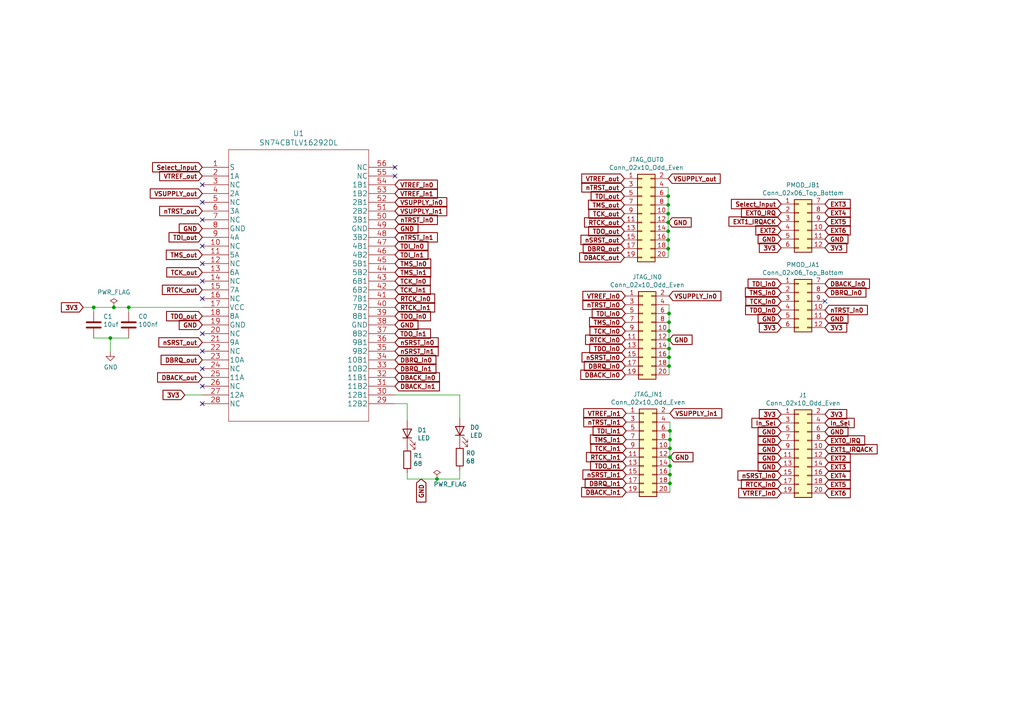
<source format=kicad_sch>
(kicad_sch (version 20231120) (generator "eeschema") (generator_version "8.0")
  (paper "A4")
  (title_block (title "JTAG Mux ") (date "2019-07-30") (rev "v1.0.1"))
  (lib_symbols
    (symbol "Connector_Generic:Conn_02x06_Top_Bottom" (pin_names (offset 1.016) hide)
      (property "Reference" "J" (at 1.27 7.62 0))
      (property "Value" "Connector_Generic_Conn_02x06_Top_Bottom" (at 1.27 -10.16 0))
      (symbol "Conn_02x06_Top_Bottom_1_1"
        (rectangle (start -1.27 -7.493) (end 0 -7.747) (stroke (width 0.1524)))
        (rectangle (start -1.27 -4.953) (end 0 -5.207) (stroke (width 0.1524)))
        (rectangle (start -1.27 -2.413) (end 0 -2.667) (stroke (width 0.1524)))
        (rectangle (start -1.27 0.127) (end 0 -0.127) (stroke (width 0.1524)))
        (rectangle (start -1.27 2.667) (end 0 2.413) (stroke (width 0.1524)))
        (rectangle (start -1.27 5.207) (end 0 4.953) (stroke (width 0.1524)))
        (rectangle (start -1.27 6.35) (end 3.81 -8.89) (stroke (width 0.254)) (fill (type background)))
        (rectangle (start 3.81 -7.493) (end 2.54 -7.747) (stroke (width 0.1524)))
        (rectangle (start 3.81 -4.953) (end 2.54 -5.207) (stroke (width 0.1524)))
        (rectangle (start 3.81 -2.413) (end 2.54 -2.667) (stroke (width 0.1524)))
        (rectangle (start 3.81 0.127) (end 2.54 -0.127) (stroke (width 0.1524)))
        (rectangle (start 3.81 2.667) (end 2.54 2.413) (stroke (width 0.1524)))
        (rectangle (start 3.81 5.207) (end 2.54 4.953) (stroke (width 0.1524)))
        (pin passive line (at -5.08 5.08 0) (length 3.81) (name "Pin_1") (number "1"))
        (pin passive line (at 7.62 -2.54 180) (length 3.81) (name "Pin_10") (number "10"))
        (pin passive line (at 7.62 -5.08 180) (length 3.81) (name "Pin_11") (number "11"))
        (pin passive line (at 7.62 -7.62 180) (length 3.81) (name "Pin_12") (number "12"))
        (pin passive line (at -5.08 2.54 0) (length 3.81) (name "Pin_2") (number "2"))
        (pin passive line (at -5.08 0 0) (length 3.81) (name "Pin_3") (number "3"))
        (pin passive line (at -5.08 -2.54 0) (length 3.81) (name "Pin_4") (number "4"))
        (pin passive line (at -5.08 -5.08 0) (length 3.81) (name "Pin_5") (number "5"))
        (pin passive line (at -5.08 -7.62 0) (length 3.81) (name "Pin_6") (number "6"))
        (pin passive line (at 7.62 5.08 180) (length 3.81) (name "Pin_7") (number "7"))
        (pin passive line (at 7.62 2.54 180) (length 3.81) (name "Pin_8") (number "8"))
        (pin passive line (at 7.62 0 180) (length 3.81) (name "Pin_9") (number "9"))
      )
    )
    (symbol "Connector_Generic:Conn_02x10_Odd_Even" (pin_names (offset 1.016) hide)
      (property "Reference" "J" (at 1.27 12.7 0))
      (property "Value" "Connector_Generic_Conn_02x10_Odd_Even" (at 1.27 -15.24 0))
      (symbol "Conn_02x10_Odd_Even_1_1"
        (rectangle (start -1.27 -12.573) (end 0 -12.827) (stroke (width 0.1524)))
        (rectangle (start -1.27 -10.033) (end 0 -10.287) (stroke (width 0.1524)))
        (rectangle (start -1.27 -7.493) (end 0 -7.747) (stroke (width 0.1524)))
        (rectangle (start -1.27 -4.953) (end 0 -5.207) (stroke (width 0.1524)))
        (rectangle (start -1.27 -2.413) (end 0 -2.667) (stroke (width 0.1524)))
        (rectangle (start -1.27 0.127) (end 0 -0.127) (stroke (width 0.1524)))
        (rectangle (start -1.27 2.667) (end 0 2.413) (stroke (width 0.1524)))
        (rectangle (start -1.27 5.207) (end 0 4.953) (stroke (width 0.1524)))
        (rectangle (start -1.27 7.747) (end 0 7.493) (stroke (width 0.1524)))
        (rectangle (start -1.27 10.287) (end 0 10.033) (stroke (width 0.1524)))
        (rectangle (start -1.27 11.43) (end 3.81 -13.97) (stroke (width 0.254)) (fill (type background)))
        (rectangle (start 3.81 -12.573) (end 2.54 -12.827) (stroke (width 0.1524)))
        (rectangle (start 3.81 -10.033) (end 2.54 -10.287) (stroke (width 0.1524)))
        (rectangle (start 3.81 -7.493) (end 2.54 -7.747) (stroke (width 0.1524)))
        (rectangle (start 3.81 -4.953) (end 2.54 -5.207) (stroke (width 0.1524)))
        (rectangle (start 3.81 -2.413) (end 2.54 -2.667) (stroke (width 0.1524)))
        (rectangle (start 3.81 0.127) (end 2.54 -0.127) (stroke (width 0.1524)))
        (rectangle (start 3.81 2.667) (end 2.54 2.413) (stroke (width 0.1524)))
        (rectangle (start 3.81 5.207) (end 2.54 4.953) (stroke (width 0.1524)))
        (rectangle (start 3.81 7.747) (end 2.54 7.493) (stroke (width 0.1524)))
        (rectangle (start 3.81 10.287) (end 2.54 10.033) (stroke (width 0.1524)))
        (pin passive line (at -5.08 10.16 0) (length 3.81) (name "Pin_1") (number "1"))
        (pin passive line (at 7.62 0 180) (length 3.81) (name "Pin_10") (number "10"))
        (pin passive line (at -5.08 -2.54 0) (length 3.81) (name "Pin_11") (number "11"))
        (pin passive line (at 7.62 -2.54 180) (length 3.81) (name "Pin_12") (number "12"))
        (pin passive line (at -5.08 -5.08 0) (length 3.81) (name "Pin_13") (number "13"))
        (pin passive line (at 7.62 -5.08 180) (length 3.81) (name "Pin_14") (number "14"))
        (pin passive line (at -5.08 -7.62 0) (length 3.81) (name "Pin_15") (number "15"))
        (pin passive line (at 7.62 -7.62 180) (length 3.81) (name "Pin_16") (number "16"))
        (pin passive line (at -5.08 -10.16 0) (length 3.81) (name "Pin_17") (number "17"))
        (pin passive line (at 7.62 -10.16 180) (length 3.81) (name "Pin_18") (number "18"))
        (pin passive line (at -5.08 -12.7 0) (length 3.81) (name "Pin_19") (number "19"))
        (pin passive line (at 7.62 10.16 180) (length 3.81) (name "Pin_2") (number "2"))
        (pin passive line (at 7.62 -12.7 180) (length 3.81) (name "Pin_20") (number "20"))
        (pin passive line (at -5.08 7.62 0) (length 3.81) (name "Pin_3") (number "3"))
        (pin passive line (at 7.62 7.62 180) (length 3.81) (name "Pin_4") (number "4"))
        (pin passive line (at -5.08 5.08 0) (length 3.81) (name "Pin_5") (number "5"))
        (pin passive line (at 7.62 5.08 180) (length 3.81) (name "Pin_6") (number "6"))
        (pin passive line (at -5.08 2.54 0) (length 3.81) (name "Pin_7") (number "7"))
        (pin passive line (at 7.62 2.54 180) (length 3.81) (name "Pin_8") (number "8"))
        (pin passive line (at -5.08 0 0) (length 3.81) (name "Pin_9") (number "9"))
      )
    )
    (symbol "Device:C" (pin_numbers hide) (pin_names (offset 0.254))
      (property "Reference" "C" (at 0.635 2.54 0))
      (property "Value" "Device_C" (at 0.635 -2.54 0))
      (symbol "C_0_1"
        (polyline (pts (xy -2.032 -0.762) (xy 2.032 -0.762)) (stroke (width 0.508)))
        (polyline (pts (xy -2.032 0.762) (xy 2.032 0.762)) (stroke (width 0.508)))
      )
      (symbol "C_1_1"
        (pin passive line (at 0 3.81 270) (length 2.794) (name "~") (number "1"))
        (pin passive line (at 0 -3.81 90) (length 2.794) (name "~") (number "2"))
      )
    )
    (symbol "Device:LED" (pin_numbers hide) (pin_names (offset 1.016) hide)
      (property "Reference" "D" (at 0 2.54 0))
      (property "Value" "Device_LED" (at 0 -2.54 0))
      (symbol "LED_0_1"
        (polyline (pts (xy -1.27 -1.27) (xy -1.27 1.27)) (stroke (width 0.254)))
        (polyline (pts (xy -1.27 0) (xy 1.27 0)))
        (polyline (pts (xy 1.27 -1.27) (xy 1.27 1.27) (xy -1.27 0) (xy 1.27 -1.27)) (stroke (width 0.254)))
        (polyline (pts (xy -3.048 -0.762) (xy -4.572 -2.286) (xy -3.81 -2.286) (xy -4.572 -2.286) (xy -4.572 -1.524)))
        (polyline (pts (xy -1.778 -0.762) (xy -3.302 -2.286) (xy -2.54 -2.286) (xy -3.302 -2.286) (xy -3.302 -1.524)))
      )
      (symbol "LED_1_1"
        (pin passive line (at -3.81 0 0) (length 2.54) (name "K") (number "1"))
        (pin passive line (at 3.81 0 180) (length 2.54) (name "A") (number "2"))
      )
    )
    (symbol "Device:R" (pin_numbers hide) (pin_names (offset 0))
      (property "Reference" "R" (at 2.032 0 90))
      (property "Value" "Device_R" (at 0 0 90))
      (symbol "R_0_1"
        (rectangle (start -1.016 -2.54) (end 1.016 2.54) (stroke (width 0.254)))
      )
      (symbol "R_1_1"
        (pin passive line (at 0 3.81 270) (length 1.27) (name "~") (number "1"))
        (pin passive line (at 0 -3.81 90) (length 1.27) (name "~") (number "2"))
      )
    )
    (symbol "JTAGMux_1.0-rescue:SN74CBTLV16292DL-aurel_libs" (pin_names (offset 0.254))
      (property "Reference" "U" (at 27.94 10.16 0))
      (property "Value" "JTAGMux_1.0-rescue_SN74CBTLV16292DL-aurel_libs" (at 27.94 7.62 0))
      (symbol "SN74CBTLV16292DL-aurel_libs_1_0"
        (polyline (pts (xy 7.62 -73.66) (xy 48.26 -73.66)) (stroke (width 0.127)))
        (polyline (pts (xy 7.62 5.08) (xy 7.62 -73.66)) (stroke (width 0.127)))
        (polyline (pts (xy 48.26 -73.66) (xy 48.26 5.08)) (stroke (width 0.127)))
        (polyline (pts (xy 48.26 5.08) (xy 7.62 5.08)) (stroke (width 0.127)))
        (pin input line (at 0 0 0) (length 7.62) (name "S") (number "1"))
        (pin no_connect line (at 0 -22.86 0) (length 7.62) (name "NC") (number "10"))
        (pin bidirectional line (at 0 -25.4 0) (length 7.62) (name "5A") (number "11"))
        (pin no_connect line (at 0 -27.94 0) (length 7.62) (name "NC") (number "12"))
        (pin bidirectional line (at 0 -30.48 0) (length 7.62) (name "6A") (number "13"))
        (pin no_connect line (at 0 -33.02 0) (length 7.62) (name "NC") (number "14"))
        (pin bidirectional line (at 0 -35.56 0) (length 7.62) (name "7A") (number "15"))
        (pin no_connect line (at 0 -38.1 0) (length 7.62) (name "NC") (number "16"))
        (pin power_in line (at 0 -40.64 0) (length 7.62) (name "VCC") (number "17"))
        (pin bidirectional line (at 0 -43.18 0) (length 7.62) (name "8A") (number "18"))
        (pin power_in line (at 0 -45.72 0) (length 7.62) (name "GND") (number "19"))
        (pin bidirectional line (at 0 -2.54 0) (length 7.62) (name "1A") (number "2"))
        (pin no_connect line (at 0 -48.26 0) (length 7.62) (name "NC") (number "20"))
        (pin bidirectional line (at 0 -50.8 0) (length 7.62) (name "9A") (number "21"))
        (pin no_connect line (at 0 -53.34 0) (length 7.62) (name "NC") (number "22"))
        (pin bidirectional line (at 0 -55.88 0) (length 7.62) (name "10A") (number "23"))
        (pin no_connect line (at 0 -58.42 0) (length 7.62) (name "NC") (number "24"))
        (pin bidirectional line (at 0 -60.96 0) (length 7.62) (name "11A") (number "25"))
        (pin no_connect line (at 0 -63.5 0) (length 7.62) (name "NC") (number "26"))
        (pin bidirectional line (at 0 -66.04 0) (length 7.62) (name "12A") (number "27"))
        (pin no_connect line (at 0 -68.58 0) (length 7.62) (name "NC") (number "28"))
        (pin bidirectional line (at 55.88 -68.58 180) (length 7.62) (name "12B2") (number "29"))
        (pin no_connect line (at 0 -5.08 0) (length 7.62) (name "NC") (number "3"))
        (pin bidirectional line (at 55.88 -66.04 180) (length 7.62) (name "12B1") (number "30"))
        (pin bidirectional line (at 55.88 -63.5 180) (length 7.62) (name "11B2") (number "31"))
        (pin bidirectional line (at 55.88 -60.96 180) (length 7.62) (name "11B1") (number "32"))
        (pin bidirectional line (at 55.88 -58.42 180) (length 7.62) (name "10B2") (number "33"))
        (pin bidirectional line (at 55.88 -55.88 180) (length 7.62) (name "10B1") (number "34"))
        (pin bidirectional line (at 55.88 -53.34 180) (length 7.62) (name "9B2") (number "35"))
        (pin bidirectional line (at 55.88 -50.8 180) (length 7.62) (name "9B1") (number "36"))
        (pin bidirectional line (at 55.88 -48.26 180) (length 7.62) (name "8B2") (number "37"))
        (pin power_in line (at 55.88 -45.72 180) (length 7.62) (name "GND") (number "38"))
        (pin bidirectional line (at 55.88 -43.18 180) (length 7.62) (name "8B1") (number "39"))
        (pin bidirectional line (at 0 -7.62 0) (length 7.62) (name "2A") (number "4"))
        (pin bidirectional line (at 55.88 -40.64 180) (length 7.62) (name "7B2") (number "40"))
        (pin bidirectional line (at 55.88 -38.1 180) (length 7.62) (name "7B1") (number "41"))
        (pin bidirectional line (at 55.88 -35.56 180) (length 7.62) (name "6B2") (number "42"))
        (pin bidirectional line (at 55.88 -33.02 180) (length 7.62) (name "6B1") (number "43"))
        (pin bidirectional line (at 55.88 -30.48 180) (length 7.62) (name "5B2") (number "44"))
        (pin bidirectional line (at 55.88 -27.94 180) (length 7.62) (name "5B1") (number "45"))
        (pin bidirectional line (at 55.88 -25.4 180) (length 7.62) (name "4B2") (number "46"))
        (pin bidirectional line (at 55.88 -22.86 180) (length 7.62) (name "4B1") (number "47"))
        (pin bidirectional line (at 55.88 -20.32 180) (length 7.62) (name "3B2") (number "48"))
        (pin power_in line (at 55.88 -17.78 180) (length 7.62) (name "GND") (number "49"))
        (pin no_connect line (at 0 -10.16 0) (length 7.62) (name "NC") (number "5"))
        (pin bidirectional line (at 55.88 -15.24 180) (length 7.62) (name "3B1") (number "50"))
        (pin bidirectional line (at 55.88 -12.7 180) (length 7.62) (name "2B2") (number "51"))
        (pin bidirectional line (at 55.88 -10.16 180) (length 7.62) (name "2B1") (number "52"))
        (pin bidirectional line (at 55.88 -7.62 180) (length 7.62) (name "1B2") (number "53"))
        (pin bidirectional line (at 55.88 -5.08 180) (length 7.62) (name "1B1") (number "54"))
        (pin no_connect line (at 55.88 -2.54 180) (length 7.62) (name "NC") (number "55"))
        (pin no_connect line (at 55.88 0 180) (length 7.62) (name "NC") (number "56"))
        (pin bidirectional line (at 0 -12.7 0) (length 7.62) (name "3A") (number "6"))
        (pin no_connect line (at 0 -15.24 0) (length 7.62) (name "NC") (number "7"))
        (pin power_in line (at 0 -17.78 0) (length 7.62) (name "GND") (number "8"))
        (pin bidirectional line (at 0 -20.32 0) (length 7.62) (name "4A") (number "9"))
      )
    )
    (symbol "power:GND" (power) (pin_names (offset 0))
      (property "Value" "power_GND" (at 0 -3.81 0))
      (symbol "GND_0_1"
        (polyline (pts (xy 0 0) (xy 0 -1.27) (xy 1.27 -1.27) (xy 0 -2.54) (xy -1.27 -1.27) (xy 0 -1.27)))
      )
      (symbol "GND_1_1"
        (pin power_in line (at 0 0 270) (length 0) hide (name "GND") (number "1"))
      )
    )
    (symbol "power:PWR_FLAG" (power) (pin_numbers hide) (pin_names (offset 0) hide)
      (property "Value" "power_PWR_FLAG" (at 0 3.81 0))
      (symbol "PWR_FLAG_0_0"
        (pin power_out line (at 0 0 90) (length 0) (name "pwr") (number "1"))
      )
      (symbol "PWR_FLAG_0_1"
        (polyline (pts (xy 0 0) (xy 0 1.27) (xy -1.016 1.905) (xy 0 2.54) (xy 1.016 1.905) (xy 0 1.27)))
      )
    )
  )
  (junction (at 194.31 140.208))
  (junction (at 194.31 127.508))
  (junction (at 194.31 130.048))
  (junction (at 37.338 89.154))
  (junction (at 194.31 132.588))
  (junction (at 194.31 137.668))
  (junction (at 194.056 96.012))
  (junction (at 193.802 69.596))
  (junction (at 194.31 124.968))
  (junction (at 194.056 106.172))
  (junction (at 33.02 89.154))
  (junction (at 32.004 98.044))
  (junction (at 194.056 101.092))
  (junction (at 193.802 61.976))
  (junction (at 193.802 59.436))
  (junction (at 194.31 135.128))
  (junction (at 194.056 103.632))
  (junction (at 193.802 64.516))
  (junction (at 194.056 93.472))
  (junction (at 193.802 56.896))
  (junction (at 27.178 89.154))
  (junction (at 193.802 67.056))
  (junction (at 126.746 138.938))
  (junction (at 194.056 98.552))
  (junction (at 194.056 90.932))
  (junction (at 193.802 72.136))
  (no_connect (at 58.674 58.674))
  (no_connect (at 58.674 63.754))
  (no_connect (at 114.554 48.514))
  (no_connect (at 58.674 112.014))
  (no_connect (at 58.674 53.594))
  (no_connect (at 58.674 71.374))
  (no_connect (at 114.554 51.054))
  (no_connect (at 58.674 117.094))
  (no_connect (at 58.674 96.774))
  (no_connect (at 58.674 81.534))
  (no_connect (at 58.674 86.614))
  (no_connect (at 58.674 106.934))
  (no_connect (at 239.268 87.376))
  (no_connect (at 58.674 101.854))
  (no_connect (at 58.674 76.454))
  (wire (pts (xy 194.056 101.092) (xy 194.056 103.632)))
  (wire (pts (xy 193.802 61.976) (xy 193.802 64.516)))
  (wire (pts (xy 133.35 136.398) (xy 133.35 138.938)))
  (wire (pts (xy 193.802 69.596) (xy 193.802 72.136)))
  (wire (pts (xy 118.11 138.938) (xy 126.746 138.938)))
  (wire (pts (xy 194.056 98.552) (xy 194.056 101.092)))
  (wire (pts (xy 33.02 89.154) (xy 37.338 89.154)))
  (wire (pts (xy 194.31 132.588) (xy 194.31 135.128)))
  (wire (pts (xy 58.674 114.554) (xy 53.594 114.554)))
  (wire (pts (xy 118.11 137.16) (xy 118.11 138.938)))
  (wire (pts (xy 194.31 130.048) (xy 194.31 132.588)))
  (wire (pts (xy 194.31 127.508) (xy 194.31 130.048)))
  (wire (pts (xy 114.554 114.554) (xy 133.35 114.554)))
  (wire (pts (xy 193.802 64.516) (xy 193.802 67.056)))
  (wire (pts (xy 194.056 90.932) (xy 194.056 93.472)))
  (wire (pts (xy 118.11 121.92) (xy 118.11 117.094)))
  (wire (pts (xy 193.802 67.056) (xy 193.802 69.596)))
  (wire (pts (xy 194.056 88.392) (xy 194.056 90.932)))
  (wire (pts (xy 194.056 93.472) (xy 194.056 96.012)))
  (wire (pts (xy 27.178 90.424) (xy 27.178 89.154)))
  (wire (pts (xy 133.35 138.938) (xy 126.746 138.938)))
  (wire (pts (xy 37.338 89.154) (xy 58.674 89.154)))
  (wire (pts (xy 118.11 117.094) (xy 114.554 117.094)))
  (wire (pts (xy 194.31 124.968) (xy 194.31 127.508)))
  (wire (pts (xy 193.802 72.136) (xy 193.802 74.676)))
  (wire (pts (xy 27.178 89.154) (xy 33.02 89.154)))
  (wire (pts (xy 32.004 98.044) (xy 27.178 98.044)))
  (wire (pts (xy 193.802 59.436) (xy 193.802 61.976)))
  (wire (pts (xy 194.31 122.428) (xy 194.31 124.968)))
  (wire (pts (xy 24.13 89.154) (xy 27.178 89.154)))
  (wire (pts (xy 194.31 137.668) (xy 194.31 140.208)))
  (wire (pts (xy 133.35 114.554) (xy 133.35 121.158)))
  (wire (pts (xy 193.802 54.356) (xy 193.802 56.896)))
  (wire (pts (xy 37.338 90.424) (xy 37.338 89.154)))
  (wire (pts (xy 194.31 135.128) (xy 194.31 137.668)))
  (wire (pts (xy 194.31 140.208) (xy 194.31 142.748)))
  (wire (pts (xy 194.056 106.172) (xy 194.056 108.712)))
  (wire (pts (xy 194.056 103.632) (xy 194.056 106.172)))
  (wire (pts (xy 37.338 98.044) (xy 32.004 98.044)))
  (wire (pts (xy 32.004 102.108) (xy 32.004 98.044)))
  (wire (pts (xy 193.802 56.896) (xy 193.802 59.436)))
  (wire (pts (xy 194.056 96.012) (xy 194.056 98.552)))
  (global_label "GND" (shape input) (at 114.554 94.234 0) (effects (font (thickness 0.254) (bold yes))) (property "Intersheetrefs" "${INTERSHEET_REFS}" (effects (hide yes))))
  (global_label "TDI_in0" (shape input) (at 114.554 71.374 0) (effects (font (thickness 0.254) (bold yes))) (property "Intersheetrefs" "${INTERSHEET_REFS}" (effects (hide yes))))
  (global_label "TDI_out" (shape input) (at 181.102 56.896 180) (effects (font (thickness 0.254) (bold yes))) (property "Intersheetrefs" "${INTERSHEET_REFS}" (effects (hide yes))))
  (global_label "GND" (shape input) (at 226.568 130.302 180) (effects (font (thickness 0.254) (bold yes))) (property "Intersheetrefs" "${INTERSHEET_REFS}" (effects (hide yes))))
  (global_label "nSRST_out" (shape input) (at 58.674 99.314 180) (effects (font (thickness 0.254) (bold yes))) (property "Intersheetrefs" "${INTERSHEET_REFS}" (effects (hide yes))))
  (global_label "EXT4" (shape input) (at 239.268 137.922 0) (effects (font (thickness 0.254) (bold yes))) (property "Intersheetrefs" "${INTERSHEET_REFS}" (effects (hide yes))))
  (global_label "TCK_in0" (shape input) (at 181.356 96.012 180) (effects (font (thickness 0.254) (bold yes))) (property "Intersheetrefs" "${INTERSHEET_REFS}" (effects (hide yes))))
  (global_label "GND" (shape input) (at 239.268 92.456 0) (effects (font (thickness 0.254) (bold yes))) (property "Intersheetrefs" "${INTERSHEET_REFS}" (effects (hide yes))))
  (global_label "nSRST_out" (shape input) (at 181.102 69.596 180) (effects (font (thickness 0.254) (bold yes))) (property "Intersheetrefs" "${INTERSHEET_REFS}" (effects (hide yes))))
  (global_label "nTRST_in0" (shape input) (at 239.268 89.916 0) (effects (font (thickness 0.254) (bold yes))) (property "Intersheetrefs" "${INTERSHEET_REFS}" (effects (hide yes))))
  (global_label "DBACK_out" (shape input) (at 58.674 109.474 180) (effects (font (thickness 0.254) (bold yes))) (property "Intersheetrefs" "${INTERSHEET_REFS}" (effects (hide yes))))
  (global_label "DBRQ_in0" (shape input) (at 114.554 104.394 0) (effects (font (thickness 0.254) (bold yes))) (property "Intersheetrefs" "${INTERSHEET_REFS}" (effects (hide yes))))
  (global_label "TCK_in1" (shape input) (at 114.554 84.074 0) (effects (font (thickness 0.254) (bold yes))) (property "Intersheetrefs" "${INTERSHEET_REFS}" (effects (hide yes))))
  (global_label "TCK_in0" (shape input) (at 226.568 87.376 180) (effects (font (thickness 0.254) (bold yes))) (property "Intersheetrefs" "${INTERSHEET_REFS}" (effects (hide yes))))
  (global_label "EXT2" (shape input) (at 239.268 132.842 0) (effects (font (thickness 0.254) (bold yes))) (property "Intersheetrefs" "${INTERSHEET_REFS}" (effects (hide yes))))
  (global_label "DBACK_in0" (shape input) (at 114.554 109.474 0) (effects (font (thickness 0.254) (bold yes))) (property "Intersheetrefs" "${INTERSHEET_REFS}" (effects (hide yes))))
  (global_label "RTCK_in1" (shape input) (at 114.554 89.154 0) (effects (font (thickness 0.254) (bold yes))) (property "Intersheetrefs" "${INTERSHEET_REFS}" (effects (hide yes))))
  (global_label "EXT0_IRQ" (shape input) (at 226.568 61.722 180) (effects (font (thickness 0.254) (bold yes))) (property "Intersheetrefs" "${INTERSHEET_REFS}" (effects (hide yes))))
  (global_label "VTREF_in0" (shape input) (at 181.356 85.852 180) (effects (font (thickness 0.254) (bold yes))) (property "Intersheetrefs" "${INTERSHEET_REFS}" (effects (hide yes))))
  (global_label "DBRQ_in1" (shape input) (at 114.554 106.934 0) (effects (font (thickness 0.254) (bold yes))) (property "Intersheetrefs" "${INTERSHEET_REFS}" (effects (hide yes))))
  (global_label "In_Sel" (shape input) (at 226.568 122.682 180) (effects (font (thickness 0.254) (bold yes))) (property "Intersheetrefs" "${INTERSHEET_REFS}" (effects (hide yes))))
  (global_label "RTCK_in0" (shape input) (at 226.568 140.462 180) (effects (font (thickness 0.254) (bold yes))) (property "Intersheetrefs" "${INTERSHEET_REFS}" (effects (hide yes))))
  (global_label "GND" (shape input) (at 58.674 66.294 180) (effects (font (thickness 0.254) (bold yes))) (property "Intersheetrefs" "${INTERSHEET_REFS}" (effects (hide yes))))
  (global_label "nTRST_in1" (shape input) (at 114.554 68.834 0) (effects (font (thickness 0.254) (bold yes))) (property "Intersheetrefs" "${INTERSHEET_REFS}" (effects (hide yes))))
  (global_label "3V3" (shape input) (at 226.568 120.142 180) (effects (font (thickness 0.254) (bold yes))) (property "Intersheetrefs" "${INTERSHEET_REFS}" (effects (hide yes))))
  (global_label "EXT0_IRQ" (shape input) (at 239.268 127.762 0) (effects (font (thickness 0.254) (bold yes))) (property "Intersheetrefs" "${INTERSHEET_REFS}" (effects (hide yes))))
  (global_label "EXT1_IRQACK" (shape input) (at 226.568 64.262 180) (effects (font (thickness 0.254) (bold yes))) (property "Intersheetrefs" "${INTERSHEET_REFS}" (effects (hide yes))))
  (global_label "GND" (shape input) (at 122.174 138.938 270) (effects (font (thickness 0.254) (bold yes))) (property "Intersheetrefs" "${INTERSHEET_REFS}" (effects (hide yes))))
  (global_label "VTREF_out" (shape input) (at 181.102 51.816 180) (effects (font (thickness 0.254) (bold yes))) (property "Intersheetrefs" "${INTERSHEET_REFS}" (effects (hide yes))))
  (global_label "nSRST_in0" (shape input) (at 226.568 137.922 180) (effects (font (thickness 0.254) (bold yes))) (property "Intersheetrefs" "${INTERSHEET_REFS}" (effects (hide yes))))
  (global_label "TMS_in0" (shape input) (at 114.554 76.454 0) (effects (font (thickness 0.254) (bold yes))) (property "Intersheetrefs" "${INTERSHEET_REFS}" (effects (hide yes))))
  (global_label "GND" (shape input) (at 226.568 135.382 180) (effects (font (thickness 0.254) (bold yes))) (property "Intersheetrefs" "${INTERSHEET_REFS}" (effects (hide yes))))
  (global_label "TCK_in1" (shape input) (at 181.61 130.048 180) (effects (font (thickness 0.254) (bold yes))) (property "Intersheetrefs" "${INTERSHEET_REFS}" (effects (hide yes))))
  (global_label "nTRST_in0" (shape input) (at 114.554 63.754 0) (effects (font (thickness 0.254) (bold yes))) (property "Intersheetrefs" "${INTERSHEET_REFS}" (effects (hide yes))))
  (global_label "Select_input" (shape input) (at 58.674 48.514 180) (effects (font (thickness 0.254) (bold yes))) (property "Intersheetrefs" "${INTERSHEET_REFS}" (effects (hide yes))))
  (global_label "nSRST_in1" (shape input) (at 181.61 137.668 180) (effects (font (thickness 0.254) (bold yes))) (property "Intersheetrefs" "${INTERSHEET_REFS}" (effects (hide yes))))
  (global_label "DBACK_in1" (shape input) (at 181.61 142.748 180) (effects (font (thickness 0.254) (bold yes))) (property "Intersheetrefs" "${INTERSHEET_REFS}" (effects (hide yes))))
  (global_label "3V3" (shape input) (at 53.594 114.554 180) (effects (font (thickness 0.254) (bold yes))) (property "Intersheetrefs" "${INTERSHEET_REFS}" (effects (hide yes))))
  (global_label "GND" (shape input) (at 226.568 132.842 180) (effects (font (thickness 0.254) (bold yes))) (property "Intersheetrefs" "${INTERSHEET_REFS}" (effects (hide yes))))
  (global_label "nTRST_in0" (shape input) (at 181.356 88.392 180) (effects (font (thickness 0.254) (bold yes))) (property "Intersheetrefs" "${INTERSHEET_REFS}" (effects (hide yes))))
  (global_label "nSRST_in0" (shape input) (at 181.356 103.632 180) (effects (font (thickness 0.254) (bold yes))) (property "Intersheetrefs" "${INTERSHEET_REFS}" (effects (hide yes))))
  (global_label "VSUPPLY_out" (shape input) (at 58.674 56.134 180) (effects (font (thickness 0.254) (bold yes))) (property "Intersheetrefs" "${INTERSHEET_REFS}" (effects (hide yes))))
  (global_label "VSUPPLY_out" (shape input) (at 193.802 51.816 0) (effects (font (thickness 0.254) (bold yes))) (property "Intersheetrefs" "${INTERSHEET_REFS}" (effects (hide yes))))
  (global_label "TDO_out" (shape input) (at 58.674 91.694 180) (effects (font (thickness 0.254) (bold yes))) (property "Intersheetrefs" "${INTERSHEET_REFS}" (effects (hide yes))))
  (global_label "TMS_in0" (shape input) (at 226.568 84.836 180) (effects (font (thickness 0.254) (bold yes))) (property "Intersheetrefs" "${INTERSHEET_REFS}" (effects (hide yes))))
  (global_label "TDO_in1" (shape input) (at 114.554 96.774 0) (effects (font (thickness 0.254) (bold yes))) (property "Intersheetrefs" "${INTERSHEET_REFS}" (effects (hide yes))))
  (global_label "EXT5" (shape input) (at 239.268 64.262 0) (effects (font (thickness 0.254) (bold yes))) (property "Intersheetrefs" "${INTERSHEET_REFS}" (effects (hide yes))))
  (global_label "EXT6" (shape input) (at 239.268 66.802 0) (effects (font (thickness 0.254) (bold yes))) (property "Intersheetrefs" "${INTERSHEET_REFS}" (effects (hide yes))))
  (global_label "TDI_in0" (shape input) (at 226.568 82.296 180) (effects (font (thickness 0.254) (bold yes))) (property "Intersheetrefs" "${INTERSHEET_REFS}" (effects (hide yes))))
  (global_label "TMS_out" (shape input) (at 181.102 59.436 180) (effects (font (thickness 0.254) (bold yes))) (property "Intersheetrefs" "${INTERSHEET_REFS}" (effects (hide yes))))
  (global_label "3V3" (shape input) (at 226.568 94.996 180) (effects (font (thickness 0.254) (bold yes))) (property "Intersheetrefs" "${INTERSHEET_REFS}" (effects (hide yes))))
  (global_label "In_Sel" (shape input) (at 239.268 122.682 0) (effects (font (thickness 0.254) (bold yes))) (property "Intersheetrefs" "${INTERSHEET_REFS}" (effects (hide yes))))
  (global_label "TMS_in1" (shape input) (at 181.61 127.508 180) (effects (font (thickness 0.254) (bold yes))) (property "Intersheetrefs" "${INTERSHEET_REFS}" (effects (hide yes))))
  (global_label "VTREF_in1" (shape input) (at 181.61 119.888 180) (effects (font (thickness 0.254) (bold yes))) (property "Intersheetrefs" "${INTERSHEET_REFS}" (effects (hide yes))))
  (global_label "DBRQ_out" (shape input) (at 58.674 104.394 180) (effects (font (thickness 0.254) (bold yes))) (property "Intersheetrefs" "${INTERSHEET_REFS}" (effects (hide yes))))
  (global_label "DBACK_out" (shape input) (at 181.102 74.676 180) (effects (font (thickness 0.254) (bold yes))) (property "Intersheetrefs" "${INTERSHEET_REFS}" (effects (hide yes))))
  (global_label "EXT2" (shape input) (at 226.568 66.802 180) (effects (font (thickness 0.254) (bold yes))) (property "Intersheetrefs" "${INTERSHEET_REFS}" (effects (hide yes))))
  (global_label "VSUPPLY_in0" (shape input) (at 114.554 58.674 0) (effects (font (thickness 0.254) (bold yes))) (property "Intersheetrefs" "${INTERSHEET_REFS}" (effects (hide yes))))
  (global_label "GND" (shape input) (at 226.568 92.456 180) (effects (font (thickness 0.254) (bold yes))) (property "Intersheetrefs" "${INTERSHEET_REFS}" (effects (hide yes))))
  (global_label "nTRST_out" (shape input) (at 58.674 61.214 180) (effects (font (thickness 0.254) (bold yes))) (property "Intersheetrefs" "${INTERSHEET_REFS}" (effects (hide yes))))
  (global_label "EXT5" (shape input) (at 239.268 140.462 0) (effects (font (thickness 0.254) (bold yes))) (property "Intersheetrefs" "${INTERSHEET_REFS}" (effects (hide yes))))
  (global_label "3V3" (shape input) (at 24.13 89.154 180) (effects (font (thickness 0.254) (bold yes))) (property "Intersheetrefs" "${INTERSHEET_REFS}" (effects (hide yes))))
  (global_label "EXT3" (shape input) (at 239.268 59.182 0) (effects (font (thickness 0.254) (bold yes))) (property "Intersheetrefs" "${INTERSHEET_REFS}" (effects (hide yes))))
  (global_label "3V3" (shape input) (at 226.568 71.882 180) (effects (font (thickness 0.254) (bold yes))) (property "Intersheetrefs" "${INTERSHEET_REFS}" (effects (hide yes))))
  (global_label "GND" (shape input) (at 239.268 69.342 0) (effects (font (thickness 0.254) (bold yes))) (property "Intersheetrefs" "${INTERSHEET_REFS}" (effects (hide yes))))
  (global_label "VTREF_in1" (shape input) (at 114.554 56.134 0) (effects (font (thickness 0.254) (bold yes))) (property "Intersheetrefs" "${INTERSHEET_REFS}" (effects (hide yes))))
  (global_label "TDO_in0" (shape input) (at 114.554 91.694 0) (effects (font (thickness 0.254) (bold yes))) (property "Intersheetrefs" "${INTERSHEET_REFS}" (effects (hide yes))))
  (global_label "GND" (shape input) (at 58.674 94.234 180) (effects (font (thickness 0.254) (bold yes))) (property "Intersheetrefs" "${INTERSHEET_REFS}" (effects (hide yes))))
  (global_label "nSRST_in0" (shape input) (at 114.554 99.314 0) (effects (font (thickness 0.254) (bold yes))) (property "Intersheetrefs" "${INTERSHEET_REFS}" (effects (hide yes))))
  (global_label "TDO_out" (shape input) (at 181.102 67.056 180) (effects (font (thickness 0.254) (bold yes))) (property "Intersheetrefs" "${INTERSHEET_REFS}" (effects (hide yes))))
  (global_label "RTCK_in0" (shape input) (at 181.356 98.552 180) (effects (font (thickness 0.254) (bold yes))) (property "Intersheetrefs" "${INTERSHEET_REFS}" (effects (hide yes))))
  (global_label "3V3" (shape input) (at 239.268 120.142 0) (effects (font (thickness 0.254) (bold yes))) (property "Intersheetrefs" "${INTERSHEET_REFS}" (effects (hide yes))))
  (global_label "VTREF_in0" (shape input) (at 226.568 143.002 180) (effects (font (thickness 0.254) (bold yes))) (property "Intersheetrefs" "${INTERSHEET_REFS}" (effects (hide yes))))
  (global_label "EXT1_IRQACK" (shape input) (at 239.268 130.302 0) (effects (font (thickness 0.254) (bold yes))) (property "Intersheetrefs" "${INTERSHEET_REFS}" (effects (hide yes))))
  (global_label "TDO_in0" (shape input) (at 181.356 101.092 180) (effects (font (thickness 0.254) (bold yes))) (property "Intersheetrefs" "${INTERSHEET_REFS}" (effects (hide yes))))
  (global_label "EXT4" (shape input) (at 239.268 61.722 0) (effects (font (thickness 0.254) (bold yes))) (property "Intersheetrefs" "${INTERSHEET_REFS}" (effects (hide yes))))
  (global_label "GND" (shape input) (at 194.31 132.588 0) (effects (font (thickness 0.254) (bold yes))) (property "Intersheetrefs" "${INTERSHEET_REFS}" (effects (hide yes))))
  (global_label "RTCK_in1" (shape input) (at 181.61 132.588 180) (effects (font (thickness 0.254) (bold yes))) (property "Intersheetrefs" "${INTERSHEET_REFS}" (effects (hide yes))))
  (global_label "3V3" (shape input) (at 239.268 94.996 0) (effects (font (thickness 0.254) (bold yes))) (property "Intersheetrefs" "${INTERSHEET_REFS}" (effects (hide yes))))
  (global_label "EXT3" (shape input) (at 239.268 135.382 0) (effects (font (thickness 0.254) (bold yes))) (property "Intersheetrefs" "${INTERSHEET_REFS}" (effects (hide yes))))
  (global_label "nSRST_in1" (shape input) (at 114.554 101.854 0) (effects (font (thickness 0.254) (bold yes))) (property "Intersheetrefs" "${INTERSHEET_REFS}" (effects (hide yes))))
  (global_label "RTCK_out" (shape input) (at 181.102 64.516 180) (effects (font (thickness 0.254) (bold yes))) (property "Intersheetrefs" "${INTERSHEET_REFS}" (effects (hide yes))))
  (global_label "nTRST_out" (shape input) (at 181.102 54.356 180) (effects (font (thickness 0.254) (bold yes))) (property "Intersheetrefs" "${INTERSHEET_REFS}" (effects (hide yes))))
  (global_label "DBACK_in0" (shape input) (at 239.268 82.296 0) (effects (font (thickness 0.254) (bold yes))) (property "Intersheetrefs" "${INTERSHEET_REFS}" (effects (hide yes))))
  (global_label "DBACK_in0" (shape input) (at 181.356 108.712 180) (effects (font (thickness 0.254) (bold yes))) (property "Intersheetrefs" "${INTERSHEET_REFS}" (effects (hide yes))))
  (global_label "TDO_in1" (shape input) (at 181.61 135.128 180) (effects (font (thickness 0.254) (bold yes))) (property "Intersheetrefs" "${INTERSHEET_REFS}" (effects (hide yes))))
  (global_label "TDI_in0" (shape input) (at 181.356 90.932 180) (effects (font (thickness 0.254) (bold yes))) (property "Intersheetrefs" "${INTERSHEET_REFS}" (effects (hide yes))))
  (global_label "TCK_out" (shape input) (at 181.102 61.976 180) (effects (font (thickness 0.254) (bold yes))) (property "Intersheetrefs" "${INTERSHEET_REFS}" (effects (hide yes))))
  (global_label "TMS_out" (shape input) (at 58.674 73.914 180) (effects (font (thickness 0.254) (bold yes))) (property "Intersheetrefs" "${INTERSHEET_REFS}" (effects (hide yes))))
  (global_label "GND" (shape input) (at 226.568 69.342 180) (effects (font (thickness 0.254) (bold yes))) (property "Intersheetrefs" "${INTERSHEET_REFS}" (effects (hide yes))))
  (global_label "TDO_in0" (shape input) (at 226.568 89.916 180) (effects (font (thickness 0.254) (bold yes))) (property "Intersheetrefs" "${INTERSHEET_REFS}" (effects (hide yes))))
  (global_label "Select_input" (shape input) (at 226.568 59.182 180) (effects (font (thickness 0.254) (bold yes))) (property "Intersheetrefs" "${INTERSHEET_REFS}" (effects (hide yes))))
  (global_label "GND" (shape input) (at 226.568 127.762 180) (effects (font (thickness 0.254) (bold yes))) (property "Intersheetrefs" "${INTERSHEET_REFS}" (effects (hide yes))))
  (global_label "TDI_in1" (shape input) (at 114.554 73.914 0) (effects (font (thickness 0.254) (bold yes))) (property "Intersheetrefs" "${INTERSHEET_REFS}" (effects (hide yes))))
  (global_label "TMS_in0" (shape input) (at 181.356 93.472 180) (effects (font (thickness 0.254) (bold yes))) (property "Intersheetrefs" "${INTERSHEET_REFS}" (effects (hide yes))))
  (global_label "RTCK_out" (shape input) (at 58.674 84.074 180) (effects (font (thickness 0.254) (bold yes))) (property "Intersheetrefs" "${INTERSHEET_REFS}" (effects (hide yes))))
  (global_label "TMS_in1" (shape input) (at 114.554 78.994 0) (effects (font (thickness 0.254) (bold yes))) (property "Intersheetrefs" "${INTERSHEET_REFS}" (effects (hide yes))))
  (global_label "VSUPPLY_in1" (shape input) (at 114.554 61.214 0) (effects (font (thickness 0.254) (bold yes))) (property "Intersheetrefs" "${INTERSHEET_REFS}" (effects (hide yes))))
  (global_label "DBACK_in1" (shape input) (at 114.554 112.014 0) (effects (font (thickness 0.254) (bold yes))) (property "Intersheetrefs" "${INTERSHEET_REFS}" (effects (hide yes))))
  (global_label "VTREF_out" (shape input) (at 58.674 51.054 180) (effects (font (thickness 0.254) (bold yes))) (property "Intersheetrefs" "${INTERSHEET_REFS}" (effects (hide yes))))
  (global_label "EXT6" (shape input) (at 239.268 143.002 0) (effects (font (thickness 0.254) (bold yes))) (property "Intersheetrefs" "${INTERSHEET_REFS}" (effects (hide yes))))
  (global_label "VTREF_in0" (shape input) (at 114.554 53.594 0) (effects (font (thickness 0.254) (bold yes))) (property "Intersheetrefs" "${INTERSHEET_REFS}" (effects (hide yes))))
  (global_label "GND" (shape input) (at 114.554 66.294 0) (effects (font (thickness 0.254) (bold yes))) (property "Intersheetrefs" "${INTERSHEET_REFS}" (effects (hide yes))))
  (global_label "DBRQ_in1" (shape input) (at 181.61 140.208 180) (effects (font (thickness 0.254) (bold yes))) (property "Intersheetrefs" "${INTERSHEET_REFS}" (effects (hide yes))))
  (global_label "RTCK_in0" (shape input) (at 114.554 86.614 0) (effects (font (thickness 0.254) (bold yes))) (property "Intersheetrefs" "${INTERSHEET_REFS}" (effects (hide yes))))
  (global_label "GND" (shape input) (at 226.568 125.222 180) (effects (font (thickness 0.254) (bold yes))) (property "Intersheetrefs" "${INTERSHEET_REFS}" (effects (hide yes))))
  (global_label "VSUPPLY_in0" (shape input) (at 194.056 85.852 0) (effects (font (thickness 0.254) (bold yes))) (property "Intersheetrefs" "${INTERSHEET_REFS}" (effects (hide yes))))
  (global_label "DBRQ_in0" (shape input) (at 239.268 84.836 0) (effects (font (thickness 0.254) (bold yes))) (property "Intersheetrefs" "${INTERSHEET_REFS}" (effects (hide yes))))
  (global_label "DBRQ_in0" (shape input) (at 181.356 106.172 180) (effects (font (thickness 0.254) (bold yes))) (property "Intersheetrefs" "${INTERSHEET_REFS}" (effects (hide yes))))
  (global_label "nTRST_in1" (shape input) (at 181.61 122.428 180) (effects (font (thickness 0.254) (bold yes))) (property "Intersheetrefs" "${INTERSHEET_REFS}" (effects (hide yes))))
  (global_label "TDI_in1" (shape input) (at 181.61 124.968 180) (effects (font (thickness 0.254) (bold yes))) (property "Intersheetrefs" "${INTERSHEET_REFS}" (effects (hide yes))))
  (global_label "3V3" (shape input) (at 239.268 71.882 0) (effects (font (thickness 0.254) (bold yes))) (property "Intersheetrefs" "${INTERSHEET_REFS}" (effects (hide yes))))
  (global_label "GND" (shape input) (at 194.056 98.552 0) (effects (font (thickness 0.254) (bold yes))) (property "Intersheetrefs" "${INTERSHEET_REFS}" (effects (hide yes))))
  (global_label "TCK_in0" (shape input) (at 114.554 81.534 0) (effects (font (thickness 0.254) (bold yes))) (property "Intersheetrefs" "${INTERSHEET_REFS}" (effects (hide yes))))
  (global_label "VSUPPLY_in1" (shape input) (at 194.31 119.888 0) (effects (font (thickness 0.254) (bold yes))) (property "Intersheetrefs" "${INTERSHEET_REFS}" (effects (hide yes))))
  (global_label "GND" (shape input) (at 193.802 64.516 0) (effects (font (thickness 0.254) (bold yes))) (property "Intersheetrefs" "${INTERSHEET_REFS}" (effects (hide yes))))
  (global_label "DBRQ_out" (shape input) (at 181.102 72.136 180) (effects (font (thickness 0.254) (bold yes))) (property "Intersheetrefs" "${INTERSHEET_REFS}" (effects (hide yes))))
  (global_label "GND" (shape input) (at 239.268 125.222 0) (effects (font (thickness 0.254) (bold yes))) (property "Intersheetrefs" "${INTERSHEET_REFS}" (effects (hide yes))))
  (global_label "TDI_out" (shape input) (at 58.674 68.834 180) (effects (font (thickness 0.254) (bold yes))) (property "Intersheetrefs" "${INTERSHEET_REFS}" (effects (hide yes))))
  (global_label "TCK_out" (shape input) (at 58.674 78.994 180) (effects (font (thickness 0.254) (bold yes))) (property "Intersheetrefs" "${INTERSHEET_REFS}" (effects (hide yes))))
  (symbol (lib_id "Connector_Generic:Conn_02x06_Top_Bottom") (at 231.648 64.262 0) (unit 1)
    (property "Reference" "PMOD_JB1" (at 232.918 53.6702 0))
    (property "Value" "Conn_02x06_Top_Bottom" (at 232.918 55.9816 0))
    (property "Footprint" "pmod_foortprint:PinHeader_2x06_P2.54mm_Horizontal_pmod" (effects (hide yes)))
    (property "Datasheet" "https://reference.digilentinc.com/_media/reference/pmod/pmod-interface-specification-1_2_0.pdf" (effects (hide yes)))
  )
  (symbol (lib_id "Connector_Generic:Conn_02x10_Odd_Even") (at 186.182 61.976 0) (unit 1)
    (property "Reference" "JTAG_OUT0" (at 187.452 46.3042 0))
    (property "Value" "Conn_02x10_Odd_Even" (at 187.452 48.6156 0))
    (property "Footprint" "Connector_PinHeader_2.54mm:PinHeader_2x10_P2.54mm_Vertical" (effects (hide yes)))
  )
  (symbol (lib_id "Connector_Generic:Conn_02x10_Odd_Even") (at 186.436 96.012 0) (unit 1)
    (property "Reference" "JTAG_IN0" (at 187.706 80.3402 0))
    (property "Value" "Conn_02x10_Odd_Even" (at 187.706 82.6516 0))
    (property "Footprint" "Connector_PinHeader_2.54mm:PinHeader_2x10_P2.54mm_Vertical" (effects (hide yes)))
  )
  (symbol (lib_id "Connector_Generic:Conn_02x10_Odd_Even") (at 186.69 130.048 0) (unit 1)
    (property "Reference" "JTAG_IN1" (at 187.96 114.3762 0))
    (property "Value" "Conn_02x10_Odd_Even" (at 187.96 116.6876 0))
    (property "Footprint" "Connector_PinHeader_2.54mm:PinHeader_2x10_P2.54mm_Vertical" (effects (hide yes)))
  )
  (symbol (lib_id "Connector_Generic:Conn_02x06_Top_Bottom") (at 231.648 87.376 0) (unit 1)
    (property "Reference" "PMOD_JA1" (at 232.918 76.7842 0))
    (property "Value" "Conn_02x06_Top_Bottom" (at 232.918 79.0956 0))
    (property "Footprint" "pmod_foortprint:PinHeader_2x06_P2.54mm_Horizontal_pmod" (effects (hide yes)))
  )
  (symbol (lib_id "JTAGMux_1.0-rescue:SN74CBTLV16292DL-aurel_libs") (at 58.674 48.514 0) (unit 1)
    (property "Reference" "U1" (at 86.614 38.6842 0) (effects (font (size 1.524 1.524))))
    (property "Value" "SN74CBTLV16292DL" (at 86.614 41.3766 0) (effects (font (size 1.524 1.524))))
    (property "Footprint" "Package_SO:SSOP-56_7.5x18.5mm_P0.635mm" (effects (hide yes)))
    (property "Datasheet" "http://www.ti.com/lit/ds/symlink/sn74cbtlv16292.pdf" (effects (hide yes)))
  )
  (symbol (lib_id "Device:LED") (at 118.11 125.73 90) (unit 1)
    (property "Reference" "D1" (at 121.0818 124.7394 90) (effects (justify right)))
    (property "Value" "LED" (at 121.0818 127.0508 90) (effects (justify right)))
    (property "Footprint" "LED_SMD:LED_0603_1608Metric" (effects (hide yes)))
  )
  (symbol (lib_id "Device:C") (at 27.178 94.234 0) (unit 1)
    (property "Reference" "C1" (at 29.9212 91.7956 0) (effects (justify left)))
    (property "Value" "10uf" (at 29.9212 94.107 0) (effects (justify left)))
    (property "Footprint" "Capacitor_SMD:C_0603_1608Metric" (effects (hide yes)))
  )
  (symbol (lib_id "Device:C") (at 37.338 94.234 0) (unit 1)
    (property "Reference" "C0" (at 40.0812 91.7956 0) (effects (justify left)))
    (property "Value" "100nf" (at 40.0812 94.107 0) (effects (justify left)))
    (property "Footprint" "Capacitor_SMD:C_0603_1608Metric" (effects (hide yes)))
  )
  (symbol (lib_id "power:GND") (at 32.004 102.108 0) (unit 1)
    (property "Reference" "#PWR0101" (effects (hide yes)))
    (property "Value" "GND" (at 32.131 106.5022 0))
  )
  (symbol (lib_id "Device:R") (at 118.11 133.35 0) (unit 1)
    (property "Reference" "R1" (at 119.888 132.1816 0) (effects (justify left)))
    (property "Value" "68" (at 119.888 134.493 0) (effects (justify left)))
    (property "Footprint" "Resistor_SMD:R_0603_1608Metric" (effects (hide yes)))
  )
  (symbol (lib_id "Connector_Generic:Conn_02x10_Odd_Even") (at 231.648 130.302 0) (unit 1)
    (property "Reference" "J1" (at 232.918 114.6302 0))
    (property "Value" "Conn_02x10_Odd_Even" (at 232.918 116.9416 0))
    (property "Footprint" "Connector_PinHeader_2.54mm:PinHeader_2x10_P2.54mm_Vertical" (effects (hide yes)))
  )
  (symbol (lib_id "power:PWR_FLAG") (at 33.02 89.154 0) (unit 1)
    (property "Reference" "#FLG0101" (effects (hide yes)))
    (property "Value" "PWR_FLAG" (at 33.02 84.7598 0))
  )
  (symbol (lib_id "power:PWR_FLAG") (at 126.746 138.938 0) (unit 1)
    (property "Reference" "#FLG0102" (effects (hide yes)))
    (property "Value" "PWR_FLAG" (at 130.556 140.462 0))
  )
  (symbol (lib_id "Device:LED") (at 133.35 124.968 90) (unit 1)
    (property "Reference" "D0" (at 136.3218 123.9774 90) (effects (justify right)))
    (property "Value" "LED" (at 136.3218 126.2888 90) (effects (justify right)))
    (property "Footprint" "LED_SMD:LED_0603_1608Metric" (effects (hide yes)))
  )
  (symbol (lib_id "Device:R") (at 133.35 132.588 0) (unit 1)
    (property "Reference" "R0" (at 135.128 131.4196 0) (effects (justify left)))
    (property "Value" "68" (at 135.128 133.731 0) (effects (justify left)))
    (property "Footprint" "Resistor_SMD:R_0603_1608Metric" (effects (hide yes)))
  )
)
</source>
